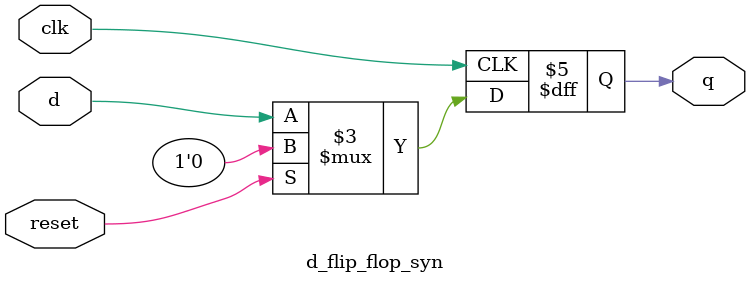
<source format=v>
`timescale 1ns / 1ps


module d_flip_flop_syn(d, clk, reset, q);

input d, clk, reset;
output reg q;

always@(posedge clk)
    if(reset)
        q = 0;
    else
        q = d;
endmodule

</source>
